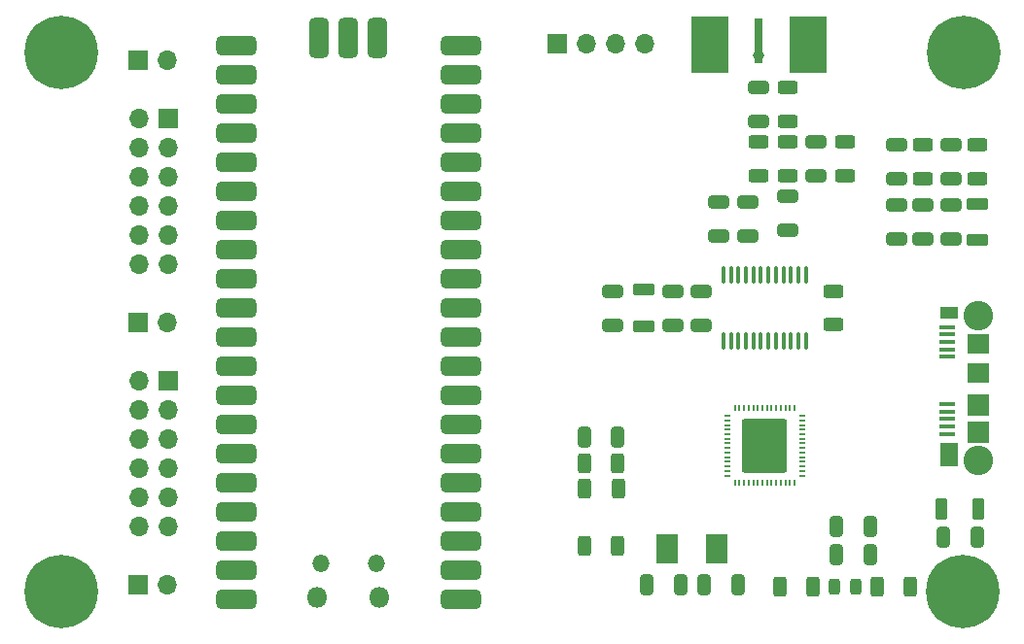
<source format=gbr>
%TF.GenerationSoftware,KiCad,Pcbnew,8.0.3-8.0.3-0~ubuntu22.04.1*%
%TF.CreationDate,2025-01-19T16:46:00+01:00*%
%TF.ProjectId,FT600_RP2040,46543630-305f-4525-9032-3034302e6b69,rev?*%
%TF.SameCoordinates,PX7735940PY61c06a0*%
%TF.FileFunction,Soldermask,Top*%
%TF.FilePolarity,Negative*%
%FSLAX46Y46*%
G04 Gerber Fmt 4.6, Leading zero omitted, Abs format (unit mm)*
G04 Created by KiCad (PCBNEW 8.0.3-8.0.3-0~ubuntu22.04.1) date 2025-01-19 16:46:00*
%MOMM*%
%LPD*%
G01*
G04 APERTURE LIST*
G04 Aperture macros list*
%AMRoundRect*
0 Rectangle with rounded corners*
0 $1 Rounding radius*
0 $2 $3 $4 $5 $6 $7 $8 $9 X,Y pos of 4 corners*
0 Add a 4 corners polygon primitive as box body*
4,1,4,$2,$3,$4,$5,$6,$7,$8,$9,$2,$3,0*
0 Add four circle primitives for the rounded corners*
1,1,$1+$1,$2,$3*
1,1,$1+$1,$4,$5*
1,1,$1+$1,$6,$7*
1,1,$1+$1,$8,$9*
0 Add four rect primitives between the rounded corners*
20,1,$1+$1,$2,$3,$4,$5,0*
20,1,$1+$1,$4,$5,$6,$7,0*
20,1,$1+$1,$6,$7,$8,$9,0*
20,1,$1+$1,$8,$9,$2,$3,0*%
G04 Aperture macros list end*
%ADD10RoundRect,0.250000X0.325000X0.650000X-0.325000X0.650000X-0.325000X-0.650000X0.325000X-0.650000X0*%
%ADD11R,1.350000X0.400000*%
%ADD12C,2.580000*%
%ADD13R,1.900000X1.900000*%
%ADD14R,1.900000X1.800000*%
%ADD15R,1.600000X1.000000*%
%ADD16R,1.600000X2.100000*%
%ADD17RoundRect,0.243750X-0.243750X-0.456250X0.243750X-0.456250X0.243750X0.456250X-0.243750X0.456250X0*%
%ADD18C,0.800000*%
%ADD19C,6.400000*%
%ADD20RoundRect,0.250000X-0.312500X-0.625000X0.312500X-0.625000X0.312500X0.625000X-0.312500X0.625000X0*%
%ADD21O,1.800000X1.800000*%
%ADD22O,1.500000X1.500000*%
%ADD23RoundRect,0.425000X1.325000X0.425000X-1.325000X0.425000X-1.325000X-0.425000X1.325000X-0.425000X0*%
%ADD24RoundRect,0.425000X-0.425000X1.325000X-0.425000X-1.325000X0.425000X-1.325000X0.425000X1.325000X0*%
%ADD25RoundRect,0.250000X0.312500X0.625000X-0.312500X0.625000X-0.312500X-0.625000X0.312500X-0.625000X0*%
%ADD26R,1.700000X1.700000*%
%ADD27O,1.700000X1.700000*%
%ADD28R,1.900000X2.600000*%
%ADD29RoundRect,0.250000X0.625000X-0.312500X0.625000X0.312500X-0.625000X0.312500X-0.625000X-0.312500X0*%
%ADD30RoundRect,0.250000X0.650000X-0.325000X0.650000X0.325000X-0.650000X0.325000X-0.650000X-0.325000X0*%
%ADD31R,0.700000X4.000000*%
%ADD32R,3.200000X4.900000*%
%ADD33C,1.000000*%
%ADD34RoundRect,0.093750X-0.156250X-0.031250X0.156250X-0.031250X0.156250X0.031250X-0.156250X0.031250X0*%
%ADD35RoundRect,0.093750X0.031250X-0.156250X0.031250X0.156250X-0.031250X0.156250X-0.031250X-0.156250X0*%
%ADD36RoundRect,0.093750X0.156250X0.031250X-0.156250X0.031250X-0.156250X-0.031250X0.156250X-0.031250X0*%
%ADD37RoundRect,0.093750X-0.031250X0.156250X-0.031250X-0.156250X0.031250X-0.156250X0.031250X0.156250X0*%
%ADD38RoundRect,0.195000X-1.755000X-2.155000X1.755000X-2.155000X1.755000X2.155000X-1.755000X2.155000X0*%
%ADD39RoundRect,0.250000X-0.275000X-0.700000X0.275000X-0.700000X0.275000X0.700000X-0.275000X0.700000X0*%
%ADD40RoundRect,0.250000X-0.325000X-0.650000X0.325000X-0.650000X0.325000X0.650000X-0.325000X0.650000X0*%
%ADD41RoundRect,0.100000X-0.100000X0.637500X-0.100000X-0.637500X0.100000X-0.637500X0.100000X0.637500X0*%
%ADD42RoundRect,0.250000X0.700000X-0.275000X0.700000X0.275000X-0.700000X0.275000X-0.700000X-0.275000X0*%
%ADD43RoundRect,0.250000X-0.625000X0.312500X-0.625000X-0.312500X0.625000X-0.312500X0.625000X0.312500X0*%
%ADD44RoundRect,0.250000X-0.650000X0.325000X-0.650000X-0.325000X0.650000X-0.325000X0.650000X0.325000X0*%
%ADD45RoundRect,0.250000X-0.700000X0.275000X-0.700000X-0.275000X0.700000X-0.275000X0.700000X0.275000X0*%
G04 APERTURE END LIST*
D10*
%TO.C,C5*%
X51975000Y17000000D03*
X49025000Y17000000D03*
%TD*%
D11*
%TO.C,J8*%
X80675000Y17285000D03*
X80675000Y17935000D03*
X80675000Y18585000D03*
X80675000Y19235000D03*
X80675000Y19885000D03*
X80675000Y23985000D03*
X80675000Y24635000D03*
X80675000Y25285000D03*
X80675000Y25935000D03*
X80675000Y26585000D03*
D12*
X83350000Y14950000D03*
X83350000Y27550000D03*
D13*
X83350000Y17385000D03*
X83350000Y19785000D03*
D14*
X83350000Y22585000D03*
X83350000Y25085000D03*
D15*
X80800000Y27835000D03*
D16*
X80800000Y15485000D03*
%TD*%
D17*
%TO.C,D1*%
X70812500Y4000000D03*
X72687500Y4000000D03*
%TD*%
D18*
%TO.C,REF\u002A\u002A*%
X1100000Y3500000D03*
X1802944Y5197056D03*
X1802944Y1802944D03*
X3500000Y5900000D03*
D19*
X3500000Y3500000D03*
D18*
X3500000Y1100000D03*
X5197056Y5197056D03*
X5197056Y1802944D03*
X5900000Y3500000D03*
%TD*%
D20*
%TO.C,R12*%
X74537500Y4000000D03*
X77462500Y4000000D03*
%TD*%
D21*
%TO.C,U1*%
X31225000Y3000000D03*
D22*
X30925000Y6030000D03*
X26075000Y6030000D03*
D21*
X25775000Y3000000D03*
D23*
X38290000Y2870000D03*
X38290000Y5410000D03*
X38290000Y7950000D03*
X38290000Y10490000D03*
X38290000Y13030000D03*
X38290000Y15570000D03*
X38290000Y18110000D03*
X38290000Y20650000D03*
X38290000Y23190000D03*
X38290000Y25730000D03*
X38290000Y28270000D03*
X38290000Y30810000D03*
X38290000Y33350000D03*
X38290000Y35890000D03*
X38290000Y38430000D03*
X38290000Y40970000D03*
X38290000Y43510000D03*
X38290000Y46050000D03*
X38290000Y48590000D03*
X38290000Y51130000D03*
X18710000Y51130000D03*
X18710000Y48590000D03*
X18710000Y46050000D03*
X18710000Y43510000D03*
X18710000Y40970000D03*
X18710000Y38430000D03*
X18710000Y35890000D03*
X18710000Y33350000D03*
X18710000Y30810000D03*
X18710000Y28270000D03*
X18710000Y25730000D03*
X18710000Y23190000D03*
X18710000Y20650000D03*
X18710000Y18110000D03*
X18710000Y15570000D03*
X18710000Y13030000D03*
X18710000Y10490000D03*
X18710000Y7950000D03*
X18710000Y5410000D03*
X18710000Y2870000D03*
D24*
X31040000Y51800000D03*
X28500000Y51800000D03*
X25960000Y51800000D03*
%TD*%
D10*
%TO.C,C13*%
X57450000Y4125000D03*
X54500000Y4125000D03*
%TD*%
D25*
%TO.C,R10*%
X52000000Y12500000D03*
X49075000Y12500000D03*
%TD*%
D26*
%TO.C,J4*%
X10225000Y49830000D03*
D27*
X12765000Y49830000D03*
%TD*%
D28*
%TO.C,Y1*%
X56250000Y7300000D03*
X60550000Y7300000D03*
%TD*%
D29*
%TO.C,R1*%
X66750000Y44537500D03*
X66750000Y47462500D03*
%TD*%
D25*
%TO.C,R11*%
X51962500Y7500000D03*
X49037500Y7500000D03*
%TD*%
D26*
%TO.C,J3*%
X12790000Y21920000D03*
D27*
X10250000Y21920000D03*
X12790000Y19380000D03*
X10250000Y19380000D03*
X12790000Y16840000D03*
X10250000Y16840000D03*
X12790000Y14300000D03*
X10250000Y14300000D03*
X12790000Y11760000D03*
X10250000Y11760000D03*
X12790000Y9220000D03*
X10250000Y9220000D03*
%TD*%
D29*
%TO.C,R4*%
X66750000Y39787500D03*
X66750000Y42712500D03*
%TD*%
D18*
%TO.C,REF\u002A\u002A*%
X79652944Y50552944D03*
X80355888Y52250000D03*
X80355888Y48855888D03*
X82052944Y52952944D03*
D19*
X82052944Y50552944D03*
D18*
X82052944Y48152944D03*
X83750000Y52250000D03*
X83750000Y48855888D03*
X84452944Y50552944D03*
%TD*%
D30*
%TO.C,C9*%
X59250000Y26775000D03*
X59250000Y29725000D03*
%TD*%
%TO.C,C12*%
X60750000Y34525000D03*
X60750000Y37475000D03*
%TD*%
D31*
%TO.C,J7*%
X64250000Y51500000D03*
D32*
X68500000Y51175000D03*
X60000000Y51175000D03*
%TD*%
D33*
%TO.C,REF\u002A\u002A*%
X64250000Y50250000D03*
%TD*%
D29*
%TO.C,R7*%
X70750000Y26787500D03*
X70750000Y29712500D03*
%TD*%
D34*
%TO.C,U2*%
X61500000Y18850000D03*
X61500000Y18450000D03*
X61500000Y18050000D03*
X61500000Y17650000D03*
X61500000Y17250000D03*
X61500000Y16850000D03*
X61500000Y16450000D03*
X61500000Y16050000D03*
X61500000Y15650000D03*
X61500000Y15250000D03*
X61500000Y14850000D03*
X61500000Y14450000D03*
X61500000Y14050000D03*
X61500000Y13650000D03*
D35*
X62150000Y13000000D03*
X62550000Y13000000D03*
X62950000Y13000000D03*
X63350000Y13000000D03*
X63750000Y13000000D03*
X64150000Y13000000D03*
X64550000Y13000000D03*
X64950000Y13000000D03*
X65350000Y13000000D03*
X65750000Y13000000D03*
X66150000Y13000000D03*
X66550000Y13000000D03*
X66950000Y13000000D03*
X67350000Y13000000D03*
D36*
X68000000Y13650000D03*
X68000000Y14050000D03*
X68000000Y14450000D03*
X68000000Y14850000D03*
X68000000Y15250000D03*
X68000000Y15650000D03*
X68000000Y16050000D03*
X68000000Y16450000D03*
X68000000Y16850000D03*
X68000000Y17250000D03*
X68000000Y17650000D03*
X68000000Y18050000D03*
X68000000Y18450000D03*
X68000000Y18850000D03*
D37*
X67350000Y19500000D03*
X66950000Y19500000D03*
X66550000Y19500000D03*
X66150000Y19500000D03*
X65750000Y19500000D03*
X65350000Y19500000D03*
X64950000Y19500000D03*
X64550000Y19500000D03*
X64150000Y19500000D03*
X63750000Y19500000D03*
X63350000Y19500000D03*
X62950000Y19500000D03*
X62550000Y19500000D03*
X62150000Y19500000D03*
D38*
X64750000Y16250000D03*
%TD*%
D39*
%TO.C,FB1*%
X80175000Y10750000D03*
X83325000Y10750000D03*
%TD*%
D25*
%TO.C,R5*%
X68962500Y4000000D03*
X66037500Y4000000D03*
%TD*%
D30*
%TO.C,C10*%
X66750000Y35025000D03*
X66750000Y37975000D03*
%TD*%
D40*
%TO.C,C15*%
X59500000Y4125000D03*
X62450000Y4125000D03*
%TD*%
D30*
%TO.C,C11*%
X56750000Y26775000D03*
X56750000Y29725000D03*
%TD*%
D10*
%TO.C,C16*%
X73975000Y6750000D03*
X71025000Y6750000D03*
%TD*%
%TO.C,C18*%
X73975000Y9250000D03*
X71025000Y9250000D03*
%TD*%
D30*
%TO.C,C17*%
X63250000Y34525000D03*
X63250000Y37475000D03*
%TD*%
D41*
%TO.C,U4*%
X68325000Y31112500D03*
X67675000Y31112500D03*
X67025000Y31112500D03*
X66375000Y31112500D03*
X65725000Y31112500D03*
X65075000Y31112500D03*
X64425000Y31112500D03*
X63775000Y31112500D03*
X63125000Y31112500D03*
X62475000Y31112500D03*
X61825000Y31112500D03*
X61175000Y31112500D03*
X61175000Y25387500D03*
X61825000Y25387500D03*
X62475000Y25387500D03*
X63125000Y25387500D03*
X63775000Y25387500D03*
X64425000Y25387500D03*
X65075000Y25387500D03*
X65725000Y25387500D03*
X66375000Y25387500D03*
X67025000Y25387500D03*
X67675000Y25387500D03*
X68325000Y25387500D03*
%TD*%
D42*
%TO.C,FB3*%
X83250000Y34175000D03*
X83250000Y37325000D03*
%TD*%
D30*
%TO.C,C20*%
X81000000Y39525000D03*
X81000000Y42475000D03*
%TD*%
D43*
%TO.C,R8*%
X78500000Y42462500D03*
X78500000Y39537500D03*
%TD*%
D44*
%TO.C,C6*%
X78500000Y37225000D03*
X78500000Y34275000D03*
%TD*%
D18*
%TO.C,REF\u002A\u002A*%
X1100000Y50500000D03*
X1802944Y52197056D03*
X1802944Y48802944D03*
X3500000Y52900000D03*
D19*
X3500000Y50500000D03*
D18*
X3500000Y48100000D03*
X5197056Y52197056D03*
X5197056Y48802944D03*
X5900000Y50500000D03*
%TD*%
D30*
%TO.C,C14*%
X51500000Y26775000D03*
X51500000Y29725000D03*
%TD*%
D18*
%TO.C,REF\u002A\u002A*%
X79600000Y3500000D03*
X80302944Y5197056D03*
X80302944Y1802944D03*
X82000000Y5900000D03*
D19*
X82000000Y3500000D03*
D18*
X82000000Y1100000D03*
X83697056Y5197056D03*
X83697056Y1802944D03*
X84400000Y3500000D03*
%TD*%
D43*
%TO.C,R9*%
X83250000Y42462500D03*
X83250000Y39537500D03*
%TD*%
D25*
%TO.C,R6*%
X51962500Y14750000D03*
X49037500Y14750000D03*
%TD*%
D43*
%TO.C,R2*%
X64250000Y42712500D03*
X64250000Y39787500D03*
%TD*%
D44*
%TO.C,C1*%
X64250000Y47475000D03*
X64250000Y44525000D03*
%TD*%
D40*
%TO.C,C21*%
X80275000Y8250000D03*
X83225000Y8250000D03*
%TD*%
D26*
%TO.C,J5*%
X12790000Y44780000D03*
D27*
X10250000Y44780000D03*
X12790000Y42240000D03*
X10250000Y42240000D03*
X12790000Y39700000D03*
X10250000Y39700000D03*
X12790000Y37160000D03*
X10250000Y37160000D03*
X12790000Y34620000D03*
X10250000Y34620000D03*
X12790000Y32080000D03*
X10250000Y32080000D03*
%TD*%
D45*
%TO.C,FB2*%
X54250000Y29825000D03*
X54250000Y26675000D03*
%TD*%
D44*
%TO.C,C8*%
X76250000Y37225000D03*
X76250000Y34275000D03*
%TD*%
D43*
%TO.C,R3*%
X71750000Y42712500D03*
X71750000Y39787500D03*
%TD*%
D26*
%TO.C,J6*%
X10225000Y4170000D03*
D27*
X12765000Y4170000D03*
%TD*%
D30*
%TO.C,C19*%
X76250000Y39525000D03*
X76250000Y42475000D03*
%TD*%
%TO.C,C2*%
X69250000Y39775000D03*
X69250000Y42725000D03*
%TD*%
D44*
%TO.C,C7*%
X81000000Y37225000D03*
X81000000Y34275000D03*
%TD*%
D26*
%TO.C,J1*%
X46700000Y51250000D03*
D27*
X49240000Y51250000D03*
X51780000Y51250000D03*
X54320000Y51250000D03*
%TD*%
D26*
%TO.C,J2*%
X10225000Y27000000D03*
D27*
X12765000Y27000000D03*
%TD*%
M02*

</source>
